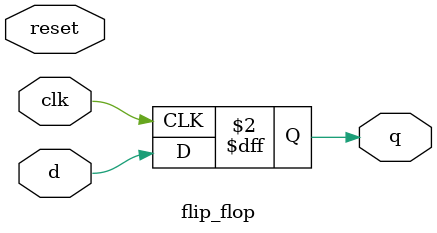
<source format=v>
`timescale 1ns / 1ps

module serial_adder(
    input clk,
    input [7:0] A,
    input [7:0] B,
    input resetn,
    input start,
    output wire [8:0] sum
    );

    wire sum_out; // full adder'dan çıkan sum'ı taşıyan wire
    wire fa_ff; // full adder'dan ff e carryout u taşıyan wire
    wire ff_out; // ff den çıkan carryin'i taşıyan wire
    wire A_sr_out; // shift registerdan çıkan bit
    wire B_sr_out; // shift registerdan çıkan bit

    // control fsm den çıkan outputların sisteme dağılımı
    wire reset; 
    wire load;
    wire enable;

    shift_register Ashift_register(
        .clk(clk),
        .din(A),
        .load(load),
        .enable(enable),
        .dout(A_sr_out)
    );

    shift_register Bshift_register(
        .clk(clk),
        .din(B),
        .load(load),
        .enable(enable),
        .dout(B_sr_out)
    );
    control_fsm control_fsm(
        .clk(clk),
        .resetn(resetn),
        .start(start),
        .reset(reset),
        .load(load),
        .enable(enable)
    );

    full_adder full_adder(
        A_sr_out, B_sr_out, ff_out, sum_out, fa_ff
    );

    flip_flop flipflop(
        fa_ff, clk, reset, ff_out
    );

    shift_register_sum srs(
        sum_out, reset, enable, clk, sum
    );

endmodule

module control_fsm(
    input clk, // clk sinyali
    input resetn, // reset sinyalinin aktarımı 
    input start,
    output reg reset, // ff ve sondaki shift-register için reset sinyali, ff için ters çalışıyor
    output reg load, // sayıların yüklenmesi için load sinyali (1)
    output reg enable // açık olduğu sürece işlemler devam etsin (1)
    );

    always @(posedge clk) begin
        if (start == 1)begin
            load <= 1;
            enable <= 1;
        end else begin
            load <= 0;
            enable <= 0;
        end
        if (resetn == 1) begin
            reset <= 1;
        end else begin
            reset <= 0;
        end
    end

endmodule

// shift register sondaki toplamları veren sum
module shift_register_sum (
    input in,
    input reset,
    input enable,
    input clk,
    output [8:0] sum
    );

    reg [8:0] loading_sum = 9'b0;

    reg [3:0] counter = 0;
    reg [3:0] counter_next = 0;

    always @(posedge clk, posedge reset) begin
        if (reset)begin
            counter <= 0;
            counter_next <= 0;
        end else begin
            counter_next <= counter_next + 1;
            counter <= counter_next;
        end
    end

    always @(posedge clk) begin
        if (reset == 1)begin
            loading_sum <= 9'b0_0000_0000;
        end else if (enable == 1) begin
            loading_sum[counter%9] <= in;
        end
    end

    assign sum = loading_sum;

    always @(posedge clk) begin
        $monitor("--------------------");
    end
endmodule

// shift regster tan�mlamas�
module shift_register (
    input clk,
    input [7:0] din,
    input load,
    input enable,
    output dout
    );

    reg [7:0] data = 8'b0;
    reg [3:0] counter = 0;
    reg [3:0] counter_next = 0;

    always @(din) begin
        counter <= 0;
        counter_next <= 0;
    end
    
    always @(posedge clk) begin
        data <= din;
    end

    always @(posedge clk) begin
        counter_next <= counter_next + 1;
        counter <= counter_next;
        if (counter == 8) counter_next <= 0;
    end

    assign dout = data[counter%8];

    always @(posedge clk) begin
        $monitor("time = %d", $time);
        $monitor("counter = %d", counter);
        $monitor("counter_next = %d", counter_next);
        $monitor("shift registerdan cikan bit = %b", dout);
        $monitor("DATA = %b", data);
        $monitor("din = %b", din);
    end

endmodule

// full adder i�in bir module tan�m�
module full_adder(
    input A, B, Cin,
    output reg Sum, Carry
    );
    
    always @* begin
    Sum = A ^ B ^ Cin;
    Carry = ( A & B ) | ( Cin & ( A ^ B ) );
    end

    always @(A, B, Cin) begin
        $monitor("full_adder dan cikan sum = %b || carry = %b", Sum, Carry);
    end

endmodule

module flip_flop(
    input d,         // Veri giriÅŸi
    input clk,       // Saat sinyali
    input reset, 
    output reg q     // Ã§Ä±kÄ±ÅŸ
);

    always @(posedge clk) begin
//        if (reset == 1)begin // gelen reset sinyaline ters çalışıyor
            q <= d; // Saat yÃ¼kselen kenarÄ±nda giriÅŸi Ã§Ä±kÄ±ÅŸa aktar
//        end
    end

endmodule

</source>
